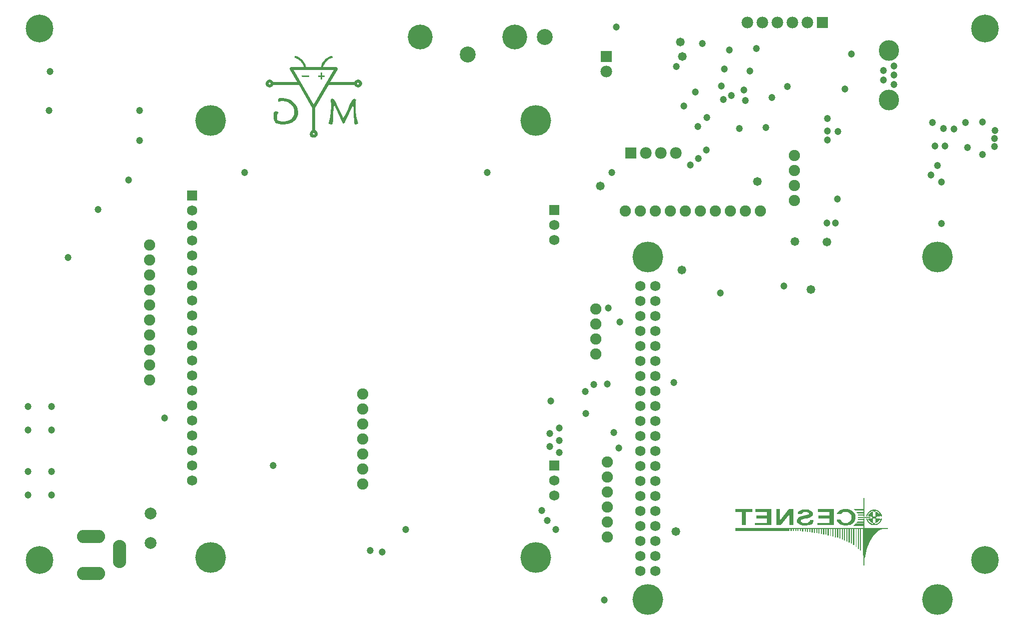
<source format=gbs>
%FSTAX44Y44*%
%MOMM*%
%SFA1B1*%

%IPPOS*%
%ADD96C,1.727197*%
%ADD97C,1.981196*%
%ADD98R,1.981196X1.981196*%
%ADD99C,1.903196*%
%ADD100R,1.727197X1.727197*%
%ADD101O,2.235196X4.775190*%
%ADD102O,4.775190X2.235196*%
%ADD103C,2.003196*%
%ADD104R,1.981196X1.981196*%
%ADD105O,3.403193X3.503193*%
%ADD106C,1.203198*%
%ADD107C,2.703195*%
%ADD108C,5.203190*%
%ADD109C,1.473197*%
%ADD110C,4.703191*%
%ADD111C,4.203192*%
%LNbackplane-1*%
%LPD*%
G36*
X01430241Y00195563D02*
X01433467Y00194273D01*
X01435402Y00192983*
X01436693Y00191692*
X01438628Y00189757*
X01440564Y00185886*
Y00179434*
X01439918Y00176854*
X01438628Y00174918*
X01437338Y00172983*
X01434757Y00171047*
X01432176Y00169757*
X01429596Y00169112*
X0142508Y00168467*
X01423144*
X01418628Y00169112*
X01414757Y00170402*
X01412176Y00172339*
X01410241Y00174273*
X01408951Y00176854*
Y00178789*
X01415402*
X01416047Y00177821*
X01416693Y00176531*
X01417983Y00174596*
X01419918Y00173628*
X01421209Y00172983*
X01427015*
X01429596Y00174273*
X01432176Y00176531*
X01433467Y00179434*
Y00185886*
X01431531Y00189112*
X01429596Y00190402*
X01426693Y00191692*
X01420564*
X01418628Y00190402*
X01417015Y00189112*
X01416693Y00187821*
X01409596*
Y00189112*
X01411209Y0019137*
X01413467Y00193628*
X01415402Y00194918*
X01417338Y00195563*
X01419918Y00196209*
X0142766*
X01430241Y00195563*
G37*
G36*
X01476693Y00194918D02*
X01479273Y00193628D01*
X01483725Y00189047*
X0148437Y00187821*
X0148508Y00185886*
Y0018395*
X01483789*
X01483273Y00185434*
X01482499Y00187176*
X01481531Y00188725*
X01479273Y00191047*
X0147766Y00192338*
X01476112Y00193176*
X0147508Y00193628*
X01474112*
Y00192015*
X01475402Y00191692*
X01477015Y00191047*
X01479918Y00188468*
X01481854Y00185886*
Y0018395*
X01477338*
X01475402Y00182015*
X01477338Y00180725*
X01481854*
Y00178789*
X01479273Y00174918*
X01477015Y00173628*
X01473467Y0017266*
Y00171047*
X01477402Y00172209*
X01478628Y00172983*
X01479725Y00173951*
X01481918Y00176144*
X01482499Y00177499*
X01483144Y00179434*
X01483789Y00180725*
X0148508*
Y00178789*
X01484434Y00176854*
X01483789Y00175563*
X01479273Y00171047*
X01476693Y00169757*
X01473467Y00169112*
X01470886*
X0146766Y00169757*
X0146508Y00171047*
X01460628Y00175628*
X01459983Y00176854*
X01459273Y00178789*
Y00180725*
X01460564*
X0146108Y00179241*
X01461854Y00177499*
X01462822Y00175951*
X0146508Y00173628*
X01466693Y00172339*
X01468241Y00171499*
X01469273Y00171047*
X01470241*
Y0017266*
X01468951Y00172983*
X01467338Y00173628*
X01464434Y00176209*
X01462499Y00178789*
Y00180725*
X0146766*
X01468951Y00182015*
X01467015Y0018395*
X01462499*
Y00185886*
X01463789Y00187821*
X0146508Y00189757*
X01467338Y00191047*
X01470886Y00192015*
Y00193628*
X0146695Y00192467*
X01465725Y00191692*
X01464628Y00190725*
X01462434Y00188531*
X01461854Y00187176*
X01461209Y00185241*
X01460564Y0018395*
X01459273*
Y00185886*
X01459918Y00187821*
X01460564Y00189112*
X0146508Y00193628*
X0146766Y00194918*
X01470886Y00195563*
X01473467*
X01476693Y00194918*
G37*
G36*
X00556613Y00891024D02*
X00557914Y00890085D01*
X0055936Y00887989*
X00560733Y00885532*
X00564274Y008778*
X00568971Y0086761*
X005715Y00862407*
X00573813Y00858649*
X00574391Y00859227*
X00577426Y00865153*
X00581618Y00873897*
X0058487Y00881052*
X00587182Y0088546*
X00590001Y00889868*
X0059159Y00891097*
X00592747Y00891241*
X00593903Y00890808*
X0059477Y00890229*
X00595493Y00889579*
X00594698Y00885821*
X00594553Y00882425*
X00594626Y00878233*
X00594698Y00873464*
X00594987Y00869633*
X00595637Y00863346*
X00596649Y00857998*
X00597733Y00853301*
X00599034Y00849182*
X00595276Y00847664*
X0059412Y00847737*
X00592964Y00848459*
X00592241Y00850989*
X0059188Y00854746*
X00591518Y00861684*
X00591229Y00868766*
X0059094Y00874909*
X00590507Y00880835*
X0057786Y00854096*
X00575836Y00850338*
X0057468Y00849471*
X00573813*
X00572801Y00850411*
X00570344Y00855325*
X00558131Y00881052*
X00556975Y0086602*
X00556397Y00853662*
X0055618Y00850338*
X00555819Y00848893*
X0055459Y00847881*
X00552856Y00847737*
X0055011Y00848387*
X00548592Y00849182*
X00550037Y00853807*
X00551483Y00860239*
X00552567Y00868477*
X00553072Y00876571*
Y00882714*
X00552711Y00886905*
X00552133Y00889579*
X00553434Y00890663*
X00555168Y00891313*
X00556613Y00891024*
G37*
G36*
X01335402Y00169112D02*
X01328951D01*
Y00186531*
X01328306*
X01314112Y00169112*
X0130637*
Y00196209*
X01312822*
Y00176854*
X01328306Y00196209*
X01335402*
Y00169112*
G37*
G36*
X01465725Y0018137D02*
X0144508D01*
Y00181692*
Y00183305*
X01465725*
Y0018137*
G37*
G36*
X01456047Y0018395D02*
X01454112D01*
Y00185241*
X01444434*
Y00187176*
X01454112*
Y00189112*
X01443789*
X01442176Y00191047*
X01454112*
Y00193628*
X01440564*
X0143766Y00196209*
X01454112*
Y00214918*
X01456047*
Y0018395*
G37*
G36*
X00472062Y00892614D02*
X00476398Y00891819D01*
X00480589Y00890518*
X00484419Y0088864*
X00488611Y00885749*
X00492007Y00882425*
X00495404Y00877077*
X00496705Y00873391*
X00497283Y00868549*
X00497066Y00864502*
X0049591Y00860528*
X00493669Y00856842*
X00490851Y00853807*
X00487093Y00851278*
X00483118Y00849399*
X00478638Y00848315*
X00473868Y00847737*
X00469677*
X00464907Y00848242*
X00461438Y00849254*
X00459343Y00850483*
X0045862Y00851061*
X00458114Y00851784*
X00457102Y00854241*
X00456163Y00858793*
X00455946Y00862551*
Y00864647*
X00456018Y00866165*
X00456235Y00867465*
X00456669Y00868622*
X00457319Y00869417*
X00458114Y00869922*
X0045956Y00870139*
X00460571Y00869922*
X004618Y00869417*
X00463173Y00868838*
X00464112Y00868116*
X00463173Y00866671*
X0046245Y00864936*
X00462017Y00862479*
X00461944Y00860166*
X00462017Y00857998*
X00462089Y00856047*
X00462378Y00854313*
X00465991Y00853229*
X00470038Y00852723*
X00473579Y00852795*
X00477771Y00853373*
X00481529Y0085453*
X0048478Y00856264*
X00487382Y00858649*
X00489117Y00861323*
X00490273Y00864575*
X00490779Y00867899*
X00490634Y00871729*
X00489622Y00875487*
X0048796Y00878667*
X00485792Y00881196*
X00482974Y00883509*
X0047936Y0088546*
X0047582Y00886544*
X00472278Y00886977*
X00468882*
X00466136Y00886688*
X00464401Y00886038*
X00463462Y00888061*
X00463245Y00889796*
X0046339Y0089088*
X00464185Y00891819*
X00465919Y0089247*
X00468376Y00892687*
X00472062Y00892614*
G37*
G36*
X01363789Y00194273D02*
X0136637Y00192983D01*
X01368306Y00190402*
Y00186531*
X0136637Y0018395*
X01363789Y00182015*
X01359273Y00180725*
X01355402Y0018008*
X01352177Y00179434*
X01350241Y00178789*
X01348628Y00177499*
Y00175563*
X01349273Y00174273*
X01350886Y00173628*
X01351854Y00172983*
X01359596*
X01361209Y00174273*
X01362499Y00175563*
X01363144Y00176531*
X01363789Y00177499*
X01369596*
Y00175563*
X01368306Y00172983*
X01365725Y00170402*
X01361854Y00169112*
X01356693Y00168467*
X01352177*
X01348306Y00169112*
X01343789Y00171692*
X01341854Y00174273*
Y00178789*
X01343144Y00180725*
X0134508Y0018266*
X01350886Y00184596*
X01357338Y00185886*
X01361209Y00187176*
X01361854Y00188144*
Y0019008*
X01358628Y00191047*
X01353467*
X01351531Y00190402*
X01350241Y00189112*
X01349596Y00187821*
X01343144*
Y00190402*
X01344435Y00192338*
X01347015Y00194273*
X01350886Y00195563*
X01360564*
X01363789Y00194273*
G37*
G36*
X01456047Y00164596D02*
X01495402D01*
Y0016266*
X01486693*
X01484112Y00161692*
X01480564Y00159757*
X0147637Y00156531*
X01472822Y00153305*
X01468305Y00147176*
X01464434Y00140081*
X01460241Y00129757*
X01456693Y00113628*
X01456047*
Y00100725*
X01454112*
Y00117822*
X01453467*
Y00119435*
X01452822*
Y0016266*
X01450241*
Y00125886*
X01448305*
Y0016266*
X0144637*
Y00129112*
X0144508*
Y0016266*
X01442499*
Y00132338*
X01441209*
Y0016266*
X01438628*
Y00135563*
X01436693*
Y0016266*
X01434757*
Y00138144*
X01432822*
Y0016266*
X01430886*
Y00140081*
X01428951*
Y0016266*
X01427015*
Y0014137*
X0142508*
Y0016266*
X01423144*
Y00143306*
X01421209*
Y0016266*
X01419273*
Y00144596*
X01417338*
Y0016266*
X01415402*
Y00146531*
X01413467*
Y0016266*
X01411531*
Y00147822*
X01409596*
Y0016266*
X0140766*
Y00148467*
X01405725*
Y0016266*
X01403144*
Y00149757*
X01401854*
Y0016266*
X01399273*
Y00151047*
X01397983*
Y0016266*
X01395402*
Y00151692*
X01393467*
Y0016266*
X01391531*
Y00152983*
X01389596*
Y0016266*
X0138766*
Y00153628*
X01385725*
Y0016266*
X01383789*
Y00154273*
X01381854*
Y0016266*
X01379918*
Y00154918*
X01377983*
Y0016266*
X01376047*
Y00155563*
X01374112*
Y0016266*
X01372177*
Y0015621*
X01370241*
Y0016266*
X01368306*
Y00156854*
X0136637*
Y0016266*
X01364435*
Y00157499*
X01362499*
Y0016266*
X01359918*
Y00157499*
X01358628*
Y0016266*
X01356693*
Y00158144*
X01354757*
Y0016266*
X01352822*
Y00158144*
X01350241*
Y0016266*
X01348306*
Y00158789*
X0134637*
Y0016266*
X01344435*
Y00159435*
X01342499*
Y0016266*
X01340564*
Y00159435*
X01338628*
Y0016266*
X01336693*
Y00159435*
X01334757*
Y0016266*
X01332822*
Y00159435*
X01330886*
Y0016266*
X01328951*
Y00159435*
X01237338*
Y00164596*
X01454112*
Y00167821*
X01437338*
Y00168467*
X01441209Y00171692*
X01454112*
Y00172983*
X01442499*
X01443789Y00175563*
X01454112*
Y00177499*
X01444434*
Y00179434*
X01454112*
Y00180402*
Y00180725*
X01456047*
Y00164596*
G37*
G36*
X00554807Y00963508D02*
X00555096Y00963291D01*
X00555313Y00963002*
X00555457Y00962713*
X00555602Y00962352*
Y00961701*
X00555385Y00960978*
X00555024Y00960545*
X0055459Y00960256*
X0055394Y00960039*
X00552422Y00959533*
X00551049Y00958955*
X0054982Y00958305*
X00548375Y00957365*
X00547291Y0095657*
X00546063Y00955558*
X00545268Y00954763*
X00544473Y00953897*
X00543316Y00952451*
X00542666Y00951584*
X00541871Y00950283*
X00541293Y00949199*
X0054057Y00947681*
X00540064Y00946381*
X00539775Y00945441*
X00539559Y00944791*
X00561817*
X00562684Y00944646*
X00563334Y00944285*
X00563768Y00943851*
X00563985Y00943562*
X00564129Y00943273*
X00564274Y00942984*
X00564346Y00942623*
Y00941828*
X00564274Y00941394*
X00564129Y00941105*
X00563912Y00940672*
X00563479Y00939949*
X00563045Y00939154*
X00551699Y0091957*
X00592762*
X00592729Y00919669*
X00593036Y0092022*
X00593397Y0092087*
X00594048Y00921665*
X00594987Y00922388*
X0059571Y00922822*
X00596649Y00923255*
X00597444Y00923472*
X00598817Y00923544*
X00600046Y00923472*
X00601347Y00923111*
X00602792Y00922316*
X00603948Y0092116*
X00604815Y00919786*
X00605321Y00917835*
Y00916173*
X00605032Y009148*
X00604237Y00913282*
X00603009Y00911909*
X00601419Y00910898*
X00599612Y00910464*
X00597733*
X00596216Y00910898*
X00594915Y00911548*
X0059412Y00912343*
X00593325Y0091321*
X00592747Y00914439*
X00548736*
X00526262Y00875559*
X00526333Y00837828*
X00526428Y00837855*
X0052749Y00837258*
X00528429Y00836463*
X00529152Y00835596*
X0052973Y0083444*
X00530236Y00832994*
X00530308Y00832199*
Y00831115*
X00530019Y0082967*
X00529586Y00828731*
X00529008Y00827791*
X00528141Y00826852*
X00527129Y00826129*
X00525972Y00825551*
X00524888Y00825262*
X00524238Y0082519*
X00523154*
X00522215Y00825334*
X00521275Y00825623*
X00520263Y00826129*
X00519396Y00826779*
X00518746Y0082743*
X00518023Y00828369*
X00517517Y00829453*
X00517228Y00830393*
X00517084Y00831332*
Y00832416*
X005173Y00833501*
X00517662Y00834512*
X0051824Y00835524*
X00518963Y00836463*
X00519613Y00837041*
X00520408Y00837547*
X00521131Y00837836*
Y00875632*
X00521132Y00875635*
X00521118Y00875634*
X00498656Y00914439*
X00455151*
X00455051Y00914476*
X00455096Y0091434*
X00454212Y00912777*
X00453055Y00911693*
X00451393Y00910825*
X00450165Y00910464*
X00449514Y00910392*
X0044872*
X00447997Y00910464*
X0044713Y00910681*
X0044619Y00911042*
X00445323Y00911548*
X00444673Y00912054*
X00444022Y00912704*
X00443372Y00913644*
X00442866Y00914656*
X00442649Y00915378*
X00442505Y00916101*
Y0091798*
X00442722Y00918919*
X0044301Y00919714*
X004433Y00920292*
X00443805Y00921015*
X00444311Y00921593*
X00444817Y00922099*
X00445395Y00922533*
X00446262Y00923038*
X00447057Y00923327*
X00447924Y00923544*
X0044843Y00923617*
X00449731*
X00450598Y00923472*
X00451538Y00923183*
X0045255Y00922677*
X004532Y00922171*
X00453706Y00921738*
X0045414Y00921304*
X00454501Y0092087*
X00454862Y0092022*
X00455119Y00919642*
X00495693Y0091957*
X00484141Y0093966*
X0048413*
X00483624Y00940527*
X00483263Y00941177*
X00483046Y00941756*
Y00942189*
X00483118Y00942839*
X00483263Y00943273*
X0048348Y00943707*
X00483841Y00944068*
X00484275Y00944429*
X00484708Y00944646*
X0048507Y00944791*
X00507183*
X00507039Y00945369*
X00506894Y00945947*
X00506605Y0094667*
X00506388Y0094732*
X00506027Y00948043*
X00505666Y00948838*
X00505304Y0094956*
X00505015Y00950066*
X00504654Y00950644*
X00503787Y00952017*
X00502486Y00953679*
X00501329Y00954908*
X00500173Y00955992*
X00499017Y00956932*
X00497933Y00957726*
X00496849Y00958377*
X00495982Y0095881*
X00494681Y00959388*
X00493525Y00959822*
X00492585Y00960111*
X00491935Y009604*
X00491501Y00960762*
X00491212Y00961267*
X0049114Y00961556*
Y00962279*
X00491285Y00962713*
X00491501Y00963074*
X0049179Y00963363*
X00492079Y0096358*
X00492441Y00963725*
X0049338*
X00493886Y0096358*
X00494826Y00963291*
X00495837Y0096293*
X00496994Y00962424*
X00498294Y00961773*
X00499451Y00961123*
X00500535Y009604*
X00501113Y00959967*
X0050198Y00959316*
X00502703Y00958666*
X00503208Y00958232*
X00503787Y00957726*
X00504365Y00957148*
X00504871Y0095657*
X00505449Y0095592*
X00505955Y00955269*
X0050646Y00954619*
X00507039Y00953824*
X00507328Y0095339*
X00507834Y00952596*
X00508412Y00951584*
X0050899Y00950427*
X00509351Y00949706*
X00509857Y00948476*
X00510146Y00947681*
X00510435Y00946814*
X00510652Y00946092*
X00510869Y00945297*
X00510941Y00944791*
X00535801*
X0053609Y00946019*
X00536451Y00947176*
X00536957Y00948548*
X00537535Y00949922*
X0053833Y00951439*
X00539197Y00953029*
X0054057Y0095498*
X00541871Y00956498*
X00543389Y00958088*
X00544834Y00959316*
X00546135Y00960328*
X0054758Y00961267*
X00548736Y00961918*
X00549748Y00962424*
X00550977Y0096293*
X00552205Y00963363*
X00553145Y00963652*
X00553578Y00963725*
X00554301*
X00554807Y00963508*
G37*
G36*
X0126637Y00191692D02*
X01255403D01*
Y00169112*
X01248306*
Y00191692*
X01237338*
Y00196209*
X0126637*
Y00191692*
G37*
G36*
X01403789Y00169112D02*
X01376047D01*
Y00172983*
X01396693*
Y00180725*
X01377983*
Y00185241*
X01396693*
Y00191692*
X01376693*
Y00196209*
X01403789*
Y00169112*
G37*
G36*
X01297983D02*
X01270241D01*
Y00172983*
X01290886*
Y00180725*
X01272822*
Y00185241*
X01290886*
Y00191692*
X01270887*
Y00196209*
X01297983*
Y00169112*
G37*
%LNbackplane-2*%
%LPC*%
G36*
X01474112Y00180725D02*
X01470241D01*
Y00173628*
X01472176Y0017266*
X01474112Y00173628*
Y00180725*
G37*
G36*
X00599178Y00918413D02*
X00598456D01*
X00597805Y00918052*
X00597372Y00917474*
Y00916589*
X00597412Y00916573*
X00597589Y00916101*
X00598095Y00915667*
X00598889Y00915451*
X00599612Y0091574*
X00600046Y00916245*
X00600262Y00916896*
X00600118Y00917546*
X00599829Y00918052*
X00599178Y00918413*
G37*
G36*
X00449225Y00918486D02*
X00448792D01*
X00448358Y00918341*
X00448069Y00918052*
X00447852Y00917763*
X00447635Y00917402*
Y00916679*
X0044778Y00916245*
X00448069Y00915956*
X00448358Y0091574*
X00448575Y00915595*
X00448792Y00915523*
X00449298*
X00449803Y00915667*
X00450093Y00915956*
X00450309Y00916245*
X00450382Y00916318*
X00450526Y00916534*
Y00917402*
X00450309Y00917835*
X00449948Y00918197*
X00449587Y00918413*
X00449225Y00918486*
G37*
G36*
X00557336Y0093966D02*
X00490008D01*
X00490056Y00939587*
X0052366Y00881485*
X00523679Y00881446*
X00557336Y0093966*
G37*
G36*
X01472176Y00192015D02*
X01470241Y00191047D01*
Y0018395*
X01474112*
Y00191047*
X01472176Y00192015*
G37*
G36*
X00524021Y00833283D02*
X00523443D01*
X00523009Y00833139*
X0052272Y0083285*
X00522504Y00832633*
X00522359Y00832344*
X00522287Y00832055*
Y00831621*
X00522359Y00831188*
X00522576Y00830899*
X00522865Y0083061*
X00523154Y00830465*
X00523371Y00830393*
X00524094*
X00524527Y0083061*
X00524816Y00830826*
X00525033Y00831188*
X00525105Y00831404*
Y00832199*
X00524961Y00832561*
X00524672Y0083285*
X00524455Y00833066*
X00524238Y00833211*
X00524021Y00833283*
G37*
%LNbackplane-3*%
%LPD*%
G36*
X00515638Y00930771D02*
X00515927Y00930482D01*
X00516216Y00929976*
Y0092947*
X00516072Y00929037*
X00515783Y00928675*
X00515133Y00928386*
X00504582*
X00504003Y00928603*
X00503642Y00929037*
X00503498Y0092947*
Y00929904*
X00503642Y00930265*
X00504003Y00930699*
X00504582Y00930916*
X00515133*
X00515638Y00930771*
G37*
G36*
X00537391Y00935541D02*
X00537752Y00935324D01*
X00538041Y00934673*
Y00930916*
X0054151*
X00542016Y00930699*
X00542305Y0093041*
X00542594Y00929976*
Y00929398*
X00542377Y00928964*
X00542088Y00928603*
X00541582Y00928386*
X00538041*
Y00924628*
X00537752Y0092405*
X00537464Y00923761*
X00537102Y00923617*
X00536451*
X00536162Y00923761*
X00535728Y0092405*
X00535512Y00924628*
Y00928386*
X00531971*
X00531465Y00928675*
X00531176Y00928892*
X00531031Y00929326*
Y00929904*
X00531103Y00930265*
X00531465Y00930626*
X00531971Y00930916*
X00535512*
Y00934601*
X00535801Y00935252*
X0053609Y00935541*
X00536451Y00935685*
X00537029*
X00537391Y00935541*
G37*
G54D96*
X01102199Y00447299D03*
X01076799D03*
Y00421899D03*
X01102199D03*
X01076799Y00396499D03*
X01102199D03*
X01076799Y00371099D03*
X01102199D03*
X01076799Y00345699D03*
X01102199D03*
Y00218699D03*
X01076799D03*
X01102199Y00244099D03*
X01076799D03*
X01102199Y00269499D03*
X01076799D03*
X01102199Y00294899D03*
X01076799D03*
Y00320299D03*
X01102199D03*
Y00091699D03*
X01076799D03*
X01102199Y00117099D03*
X01076799D03*
X01102199Y00142499D03*
X01076799D03*
X01102199Y00167899D03*
X01076799D03*
Y00193299D03*
X01102199D03*
Y00472699D03*
X01076799D03*
X01102199Y00498099D03*
X01076799D03*
X01102199Y00523499D03*
X01076799D03*
X01102199Y00548899D03*
X01076799D03*
Y00574299D03*
X01102199D03*
X00317999Y00702099D03*
Y00625899D03*
Y00676699D03*
Y00651299D03*
Y00600499D03*
Y00575099D03*
Y00549699D03*
Y00524299D03*
Y00498899D03*
Y00473499D03*
Y00448099D03*
Y00422699D03*
Y00397299D03*
Y00371899D03*
Y00346499D03*
Y00321099D03*
Y00295699D03*
Y00270299D03*
Y00244899D03*
X00930999Y00651699D03*
Y00677099D03*
Y00219699D03*
Y00245099D03*
G54D97*
X01257999Y01019999D03*
X01283399D03*
X01308799D03*
X01359599D03*
X01334199D03*
X01018999Y00937599D03*
X01136199Y00798999D03*
X01085399D03*
X01110799D03*
G54D98*
X01384999Y01019999D03*
X01059999Y00798999D03*
G54D99*
X01020749Y00148749D03*
Y00174149D03*
Y00199549D03*
Y00224949D03*
Y00250349D03*
Y00275749D03*
X01337499Y00718499D03*
Y00743899D03*
Y00769299D03*
Y00794699D03*
X00606499Y00238749D03*
Y00264149D03*
Y00289549D03*
Y00314949D03*
Y00340349D03*
Y00365749D03*
Y00391149D03*
X01000868Y00535453D03*
Y00510053D03*
Y00484653D03*
Y00459253D03*
X00245749Y00643349D03*
Y00617949D03*
Y00592549D03*
Y00567149D03*
Y00541749D03*
Y00516349D03*
Y00490949D03*
Y00465549D03*
Y00440149D03*
Y00414749D03*
X01051149Y00700749D03*
X01076549D03*
X01101949D03*
X01127349D03*
X01152749D03*
X01178149D03*
X01203549D03*
X01228949D03*
X01254349D03*
X01279749D03*
G54D100*
X00317999Y00727499D03*
X00930999Y00702499D03*
Y00270499D03*
G54D101*
X00195005Y00120027D03*
G54D102*
X00146999Y00087515D03*
Y00149999D03*
G54D103*
X00247249Y00138499D03*
Y00188499D03*
G54D104*
X01018999Y00962999D03*
G54D105*
X01496999Y00889D03*
Y00972999D03*
G54D106*
X01487999Y00922999D03*
Y00938999D03*
X01505999Y00946999D03*
Y00930999D03*
Y00914999D03*
X00079999Y00219999D03*
X00039999D03*
X00079999Y00259999D03*
X00039999D03*
Y00329999D03*
X00079999D03*
Y00369999D03*
X00039999D03*
X00271249Y00350749D03*
X01567999Y00761749D03*
X01409999Y00721749D03*
X01288999Y00842499D03*
X01655249Y00851499D03*
X01218749Y00941249D03*
X01181749Y00984749D03*
X01585749Y00679749D03*
Y00750249D03*
X01410999Y00835749D03*
X01406749Y00680499D03*
X01392249D03*
X01392749Y00821249D03*
Y00836249D03*
X01579749Y00777999D03*
X01676249Y00810499D03*
Y00823749D03*
X01676499Y00837499D03*
X01630249Y00808749D03*
X01592249Y00810749D03*
X01574749D03*
X01607249Y00840249D03*
X01589249Y00840749D03*
X01655499Y00796749D03*
X01626499Y00850749D03*
X01570999Y00851249D03*
X00455249Y00270299D03*
X00210249Y00753499D03*
X00077749Y00936999D03*
X00639499Y00123999D03*
X00107999Y00622499D03*
X00228999Y00820599D03*
X00158499Y00703499D03*
X00075999Y00871099D03*
X00228999D03*
X00678999Y00161999D03*
X00984499Y00358499D03*
X00924999Y00379499D03*
X01020999Y00408499D03*
X00997999Y00407499D03*
X00982999Y00395499D03*
X00938999Y00291999D03*
X00922999Y00301999D03*
X00938899Y00312399D03*
X00922999Y00323999D03*
X00938999Y00333999D03*
X01027999Y00765999D03*
X00406499D03*
X00817499D03*
X00909499Y00193499D03*
X00932999Y00161749D03*
X00918999Y00176999D03*
X00619529Y00126029D03*
X01015249Y00042249D03*
X01212029Y00562029D03*
X01319099Y00573999D03*
X01137029Y00945969D03*
X01253999Y00887999D03*
X01251999Y00905999D03*
X01230499Y00896499D03*
X01216999Y00889999D03*
X01392999Y00857999D03*
X01422999Y00907999D03*
X01261999Y00937999D03*
X01169999Y00902999D03*
X01035999Y01012999D03*
X01149999Y00878999D03*
X01021999Y00536999D03*
X01298999Y00892999D03*
X01243999Y00840999D03*
X01226999Y00973999D03*
X01173999Y00843999D03*
X01188999Y00858999D03*
X01187999Y00803999D03*
X01174999Y00789999D03*
X01160999Y00778999D03*
X01132999Y00410999D03*
X01041999Y00512999D03*
X01324999Y00911999D03*
X01213999Y00912999D03*
X01272999Y00975999D03*
X01433999Y00966999D03*
X01031999Y00325999D03*
X01039999Y00299999D03*
G54D107*
X00914999Y00995999D03*
X00783999Y00965999D03*
G54D108*
X01579499Y00042999D03*
X01089499D03*
Y00622999D03*
X01579499D03*
X00349499Y00114499D03*
Y00854499D03*
X00899499Y00114499D03*
Y00854499D03*
G54D109*
X01008499Y00743499D03*
X01364999Y00568499D03*
X01146999Y00600999D03*
X01391999Y00648999D03*
X01337999Y00649499D03*
X01274999Y00750999D03*
X01143999Y00986999D03*
X01147999Y00962999D03*
X01136999Y00157999D03*
G54D110*
X01659999Y00109999D03*
Y01009999D03*
X00059999Y00109999D03*
Y01009999D03*
G54D111*
X00863999Y00995999D03*
X00703999D03*
M02*
</source>
